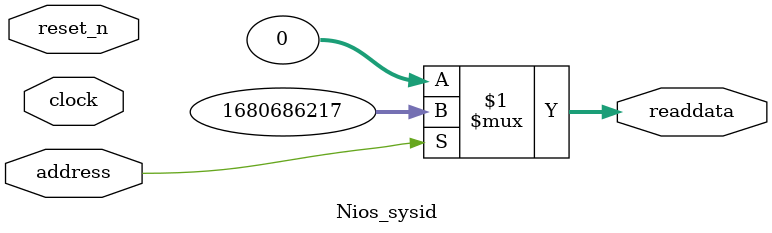
<source format=v>



// synthesis translate_off
`timescale 1ns / 1ps
// synthesis translate_on

// turn off superfluous verilog processor warnings 
// altera message_level Level1 
// altera message_off 10034 10035 10036 10037 10230 10240 10030 

module Nios_sysid (
               // inputs:
                address,
                clock,
                reset_n,

               // outputs:
                readdata
             )
;

  output  [ 31: 0] readdata;
  input            address;
  input            clock;
  input            reset_n;

  wire    [ 31: 0] readdata;
  //control_slave, which is an e_avalon_slave
  assign readdata = address ? 1680686217 : 0;

endmodule



</source>
